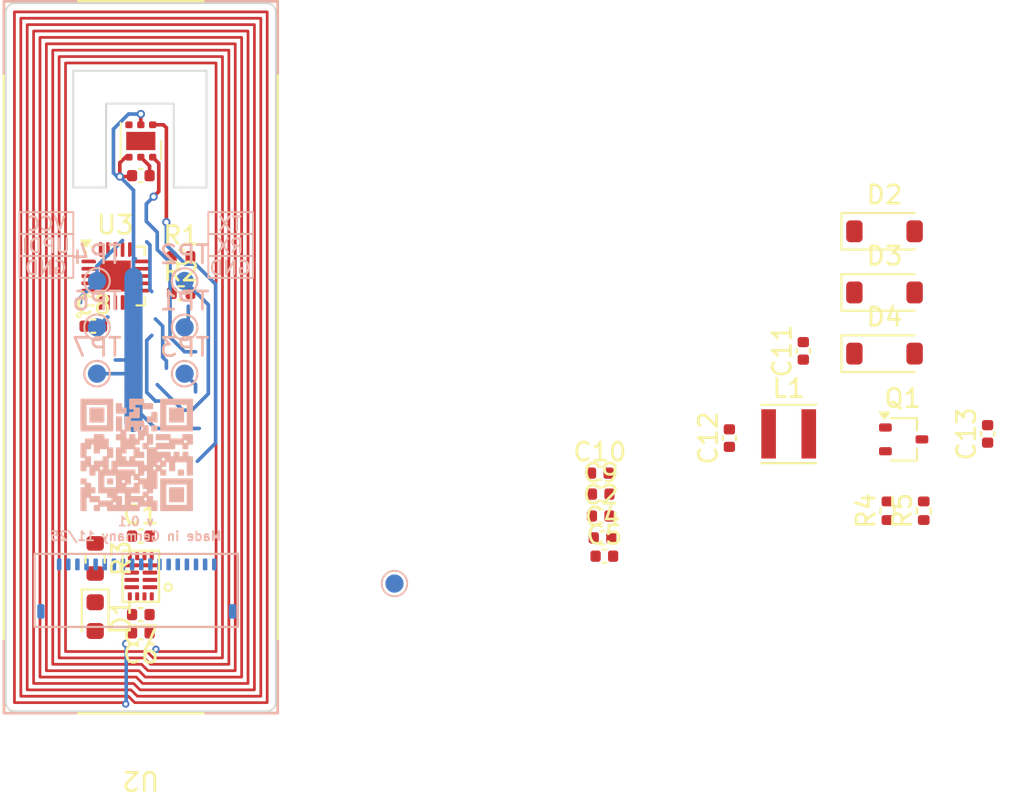
<source format=kicad_pcb>
(kicad_pcb (version 20240108) (generator "pcbnew") (generator_version "8.0")
  (title_block (comment 4 "AISLER Project ID: YAJLMFWK"))
  (layers (0 "F.Cu" signal) (1 "In1.Cu" signal) (2 "In2.Cu" signal) (31 "B.Cu" signal) (34 "B.Paste" user) (35 "F.Paste" user) (36 "B.SilkS" user "B.Silkscreen") (37 "F.SilkS" user "F.Silkscreen") (38 "B.Mask" user) (39 "F.Mask" user) (44 "Edge.Cuts" user))
  (net 0 "")
  (net 1 "ANT2")
  (net 2 "ANT1")
  (net 3 "SCL")
  (net 4 "SDA")
  (net 5 "RF430_RST")
  (net 6 "RF430_INT")
  (net 7 "RX")
  (net 9 "UPDI")
  (net 13 "TX")
  (net 14 "ALERT")
  (net 16 "VCC")
  (net 23 "Net-(D1-A)")
  (net 24 "Net-(J2-Pin_18)")
  (net 25 "Net-(J2-Pin_16)")
  (net 26 "Net-(J2-Pin_14)")
  (net 27 "Net-(J2-Pin_12)")
  (net 28 "Net-(J2-Pin_3)")
  (net 29 "Net-(D3-A)")
  (net 30 "Net-(D2-A)")
  (net 31 "PREVGH")
  (net 32 "PREVGL")
  (net 33 "BUSY")
  (net 34 "RES")
  (net 35 "SDI")
  (net 37 "CS")
  (net 38 "SCLK")
  (net 39 "RESE")
  (net 40 "D{slash}C")
  (net 41 "GDR")
  (net 45 "ED")
  (net 49 "GND")
  (footprint "Diode_SMD:D_SOD-123" (layer "F.Cu") (at 170.25 51.6)
    (property "Reference" "D4" (at 0 -2 0) (layer "F.SilkS"))
    (property "Value" "MBR0530")
    (pad "1" smd roundrect (at -1.65 0) (size 0.9 1.2) (layers "F.Cu" "F.Paste" "F.Mask") (net 29 "Net-(D3-A)"))
    (pad "2" smd roundrect (at 1.65 0) (size 0.9 1.2) (layers "F.Cu" "F.Paste" "F.Mask") (net 32 "PREVGL"))
  )
  (footprint "unsurv_offline_pcb_footprints:VQFN-20-1EP_3x3mm_P0.4mm_EP1.7x1.7mm_edited" (layer "F.Cu") (at 128.1 47.35)
    (property "Reference" "U3" (at 0 -2.8 0) (layer "F.SilkS"))
    (property "Value" "ATtiny1626-MFR")
    (pad "1" smd custom (at -1.45 -0.8) (size 0.143431 0.143431) (layers "F.Cu" "F.Paste" "F.Mask") (options (clearance outline) (anchor circle)) (primitives (gr_poly (pts (xy -0.35 -0.05) (xy 0.299289 -0.05) (xy 0.35 0.000711) (xy 0.35 0.05) (xy -0.35 0.05)) (width 0.1) (fill yes))))
    (pad "2" smd roundrect (at -1.45 -0.4) (size 0.8 0.2) (layers "F.Cu" "F.Paste" "F.Mask"))
    (pad "3" smd roundrect (at -1.45 0) (size 0.8 0.2) (layers "F.Cu" "F.Paste" "F.Mask") (net 49 "GND"))
    (pad "4" smd roundrect (at -1.45 0.4) (size 0.8 0.2) (layers "F.Cu" "F.Paste" "F.Mask") (net 16 "VCC"))
    (pad "5" smd custom (at -1.45 0.8) (size 0.143431 0.143431) (layers "F.Cu" "F.Paste" "F.Mask") (options (clearance outline) (anchor circle)) (primitives (gr_poly (pts (xy -0.35 -0.05) (xy 0.35 -0.05) (xy 0.35 -0.000711) (xy 0.299289 0.05) (xy -0.35 0.05)) (width 0.1) (fill yes))))
    (pad "6" smd custom (at -0.8 1.45) (size 0.143431 0.143431) (layers "F.Cu" "F.Paste" "F.Mask") (options (clearance outline) (anchor circle)) (primitives (gr_poly (pts (xy -0.05 -0.299289) (xy 0.000711 -0.35) (xy 0.05 -0.35) (xy 0.05 0.35) (xy -0.05 0.35)) (width 0.1) (fill yes))))
    (pad "7" smd roundrect (at -0.4 1.45) (size 0.2 0.8) (layers "F.Cu" "F.Paste" "F.Mask"))
    (pad "8" smd roundrect (at 0 1.45) (size 0.2 0.8) (layers "F.Cu" "F.Paste" "F.Mask"))
    (pad "9" smd roundrect (at 0.4 1.45) (size 0.2 0.8) (layers "F.Cu" "F.Paste" "F.Mask") (net 5 "RF430_RST"))
    (pad "10" smd custom (at 0.8 1.45) (size 0.143431 0.143431) (layers "F.Cu" "F.Paste" "F.Mask") (net 6 "RF430_INT") (options (clearance outline) (anchor circle)) (primitives (gr_poly (pts (xy -0.05 -0.35) (xy -0.000711 -0.35) (xy 0.05 -0.299289) (xy 0.05 0.35) (xy -0.05 0.35)) (width 0.1) (fill yes))))
    (pad "11" smd custom (at 1.45 0.8) (size 0.143431 0.143431) (layers "F.Cu" "F.Paste" "F.Mask") (net 7 "RX") (options (clearance outline) (anchor circle)) (primitives (gr_poly (pts (xy -0.35 -0.05) (xy 0.35 -0.05) (xy 0.35 0.05) (xy -0.299289 0.05) (xy -0.35 -0.000711)) (width 0.1) (fill yes))))
    (pad "12" smd roundrect (at 1.45 0.4) (size 0.8 0.2) (layers "F.Cu" "F.Paste" "F.Mask") (net 13 "TX"))
    (pad "13" smd roundrect (at 1.45 0) (size 0.8 0.2) (layers "F.Cu" "F.Paste" "F.Mask") (net 4 "SDA"))
    (pad "14" smd roundrect (at 1.45 -0.4) (size 0.8 0.2) (layers "F.Cu" "F.Paste" "F.Mask") (net 3 "SCL"))
    (pad "15" smd custom (at 1.45 -0.8) (size 0.143431 0.143431) (layers "F.Cu" "F.Paste" "F.Mask") (options (clearance outline) (anchor circle)) (primitives (gr_poly (pts (xy -0.35 0.000711) (xy -0.299289 -0.05) (xy 0.35 -0.05) (xy 0.35 0.05) (xy -0.35 0.05)) (width 0.1) (fill yes))))
    (pad "16" smd custom (at 0.8 -1.45) (size 0.143431 0.143431) (layers "F.Cu" "F.Paste" "F.Mask") (options (clearance outline) (anchor circle)) (primitives (gr_poly (pts (xy -0.05 -0.35) (xy 0.05 -0.35) (xy 0.05 0.299289) (xy -0.000711 0.35) (xy -0.05 0.35)) (width 0.1) (fill yes))))
    (pad "17" smd roundrect (at 0.4 -1.45) (size 0.2 0.8) (layers "F.Cu" "F.Paste" "F.Mask"))
    (pad "18" smd roundrect (at 0 -1.45) (size 0.2 0.8) (layers "F.Cu" "F.Paste" "F.Mask") (net 14 "ALERT"))
    (pad "19" smd roundrect (at -0.4 -1.45) (size 0.2 0.8) (layers "F.Cu" "F.Paste" "F.Mask") (net 9 "UPDI"))
    (pad "20" smd custom (at -0.8 -1.45) (size 0.143431 0.143431) (layers "F.Cu" "F.Paste" "F.Mask") (options (clearance outline) (anchor circle)) (primitives (gr_poly (pts (xy -0.05 -0.35) (xy 0.05 -0.35) (xy 0.05 0.35) (xy 0.000711 0.35) (xy -0.05 0.299289)) (width 0.1) (fill yes))))
    (pad "21" smd rect (at 0 0) (size 1.7 1.7) (property pad_prop_heatsink) (layers "F.Cu" "F.Mask") (net 49 "GND"))
  )
  (footprint "Capacitor_SMD:C_0402_1005Metric" (layer "F.Cu") (at 129.5 61.6)
    (property "Reference" "C1" (at 0 -1.16 0) (layer "F.SilkS"))
    (property "Value" "1 uF")
    (pad "1" smd roundrect (at -0.48 0) (size 0.56 0.62) (layers "F.Cu" "F.Paste" "F.Mask") (net 16 "VCC"))
    (pad "2" smd roundrect (at 0.48 0) (size 0.56 0.62) (layers "F.Cu" "F.Paste" "F.Mask") (net 49 "GND"))
  )
  (footprint "Capacitor_SMD:C_0402_1005Metric" (layer "F.Cu") (at 175.9 56 90)
    (property "Reference" "C13" (at 0 -1.16 90) (layer "F.SilkS"))
    (property "Value" "1uF")
    (pad "1" smd roundrect (at -0.48 0 90) (size 0.56 0.62) (layers "F.Cu" "F.Paste" "F.Mask") (net 49 "GND"))
    (pad "2" smd roundrect (at 0.48 0 90) (size 0.56 0.62) (layers "F.Cu" "F.Paste" "F.Mask") (net 31 "PREVGH"))
  )
  (footprint "LED_SMD:LED_0603_1608Metric" (layer "F.Cu") (at 127 66.0125 -90)
    (property "Reference" "D1" (at 0 -1.43 90) (layer "F.SilkS"))
    (property "Value" "LED")
    (pad "1" smd roundrect (at -0.7875 0 270) (size 0.875 0.95) (layers "F.Cu" "F.Paste" "F.Mask") (net 49 "GND"))
    (pad "2" smd roundrect (at 0.7875 0 270) (size 0.875 0.95) (layers "F.Cu" "F.Paste" "F.Mask") (net 23 "Net-(D1-A)"))
  )
  (footprint "unsurv_offline_pcb_footprints:38x14_378uH" (layer "F.Cu") (at 122.5 32.8)
    (property "Reference" "AE1" (hide yes))
    (property "Value" "Antenna_Dipole" (hide yes))
    (fp_line (start 6.172614 37.925) (end 6.172614 38) (stroke (width 0.12)) (layer "F.Cu"))
    (fp_line (start 7.827386 35.125) (end 7.827386 35) (stroke (width 0.12)) (layer "F.Cu"))
    (pad "1" smd custom (at 6.172614 37.925) (size 0.15 0.15) (layers "F.Cu") (net 2 "ANT1") (options (clearance outline) (anchor circle)) (primitives (gr_line (start 0 0) (end -6.097614 0) (width 0.15)) (gr_line (start -6.097614 0) (end -6.097614 -37.85) (width 0.15)) (gr_line (start -6.097614 -37.85) (end 7.752386 -37.85) (width 0.15)) (gr_line (start 7.752386 -37.85) (end 7.752386 0) (width 0.15)) (gr_line (start 7.752386 0) (end 0.494975 0) (width 0.15)) (gr_line (start 0.494975 0) (end 0.144975 -0.35) (width 0.15)) (gr_line (start 0.144975 -0.35) (end -5.747614 -0.35) (width 0.15)) (gr_line (start -5.747614 -0.35) (end -5.747614 -37.5) (width 0.15)) (gr_line (start -5.747614 -37.5) (end 7.402386 -37.5) (width 0.15)) (gr_line (start 7.402386 -37.5) (end 7.402386 -0.35) (width 0.15)) (gr_line (start 7.402386 -0.35) (end 0.639949 -0.35) (width 0.15)) (gr_line (start 0.639949 -0.35) (end 0.289949 -0.7) (width 0.15)) (gr_line (start 0.289949 -0.7) (end -5.397614 -0.7) (width 0.15)) (gr_line (start -5.397614 -0.7) (end -5.397614 -37.15) (width 0.15)) (gr_line (start -5.397614 -37.15) (end 7.052386 -37.15) (width 0.15)) (gr_line (start 7.052386 -37.15) (end 7.052386 -0.7) (width 0.15)) (gr_line (start 7.052386 -0.7) (end 0.784924 -0.7) (width 0.15)) (gr_line (start 0.784924 -0.7) (end 0.434924 -1.05) (width 0.15)) (gr_line (start 0.434924 -1.05) (end -5.047614 -1.05) (width 0.15)) (gr_line (start -5.047614 -1.05) (end -5.047614 -36.8) (width 0.15)) (gr_line (start -5.047614 -36.8) (end 6.702386 -36.8) (width 0.15)) (gr_line (start 6.702386 -36.8) (end 6.702386 -1.05) (width 0.15)) (gr_line (start 6.702386 -1.05) (end 0.929899 -1.05) (width 0.15)) (gr_line (start 0.929899 -1.05) (end 0.579899 -1.4) (width 0.15)) (gr_line (start 0.579899 -1.4) (end -4.697614 -1.4) (width 0.15)) (gr_line (start -4.697614 -1.4) (end -4.697614 -36.45) (width 0.15)) (gr_line (start -4.697614 -36.45) (end 6.352386 -36.45) (width 0.15)) (gr_line (start 6.352386 -36.45) (end 6.352386 -1.4) (width 0.15)) (gr_line (start 6.352386 -1.4) (end 1.074874 -1.4) (width 0.15)) (gr_line (start 1.074874 -1.4) (end 0.724874 -1.75) (width 0.15)) (gr_line (start 0.724874 -1.75) (end -4.347614 -1.75) (width 0.15)) (gr_line (start -4.347614 -1.75) (end -4.347614 -36.1) (width 0.15)) (gr_line (start -4.347614 -36.1) (end 6.002386 -36.1) (width 0.15)) (gr_line (start 6.002386 -36.1) (end 6.002386 -1.75) (width 0.15)) (gr_line (start 6.002386 -1.75) (end 1.219848 -1.75) (width 0.15)) (gr_line (start 1.219848 -1.75) (end 0.869848 -2.1) (width 0.15)) (gr_line (start 0.869848 -2.1) (end -3.997614 -2.1) (width 0.15)) (gr_line (start -3.997614 -2.1) (end -3.997614 -35.75) (width 0.15)) (gr_line (start -3.997614 -35.75) (end 5.652386 -35.75) (width 0.15)) (gr_line (start 5.652386 -35.75) (end 5.652386 -2.1) (width 0.15)) (gr_line (start 5.652386 -2.1) (end 1.364823 -2.1) (width 0.15)) (gr_line (start 1.364823 -2.1) (end 1.014823 -2.45) (width 0.15)) (gr_line (start 1.014823 -2.45) (end -3.647614 -2.45) (width 0.15)) (gr_line (start -3.647614 -2.45) (end -3.647614 -35.4) (width 0.15)) (gr_line (start -3.647614 -35.4) (end 5.302386 -35.4) (width 0.15)) (gr_line (start 5.302386 -35.4) (end 5.302386 -2.45) (width 0.15)) (gr_line (start 5.302386 -2.45) (end 1.509798 -2.45) (width 0.15)) (gr_line (start 1.509798 -2.45) (end 1.159798 -2.8) (width 0.15)) (gr_line (start 1.159798 -2.8) (end -3.297614 -2.8) (width 0.15)) (gr_line (start -3.297614 -2.8) (end -3.297614 -35.05) (width 0.15)) (gr_line (start -3.297614 -35.05) (end 4.952386 -35.05) (width 0.15)) (gr_line (start 4.952386 -35.05) (end 4.952386 -2.8) (width 0.15))))
    (pad "1" thru_hole circle (at 6.172614 38) (size 0.4 0.4) (drill 0.2) (layers "*.Cu" "*.Mask") (net 2 "ANT1"))
    (pad "2" thru_hole circle (at 7.827386 35) (size 0.4 0.4) (drill 0.2) (layers "*.Cu" "*.Mask") (net 1 "ANT2"))
    (pad "2" smd custom (at 7.827386 35.125) (size 0.15 0.15) (layers "F.Cu") (net 1 "ANT2") (options (clearance outline) (anchor circle)) (primitives (gr_line (start 0 0) (end 3.297614 0) (width 0.15))))
  )
  (footprint "unsurv_offline_pcb_footprints:TMP117 WSON-6-1EP_2x2mm_P0.65mm_no_pad_paste" (layer "F.Cu") (at 129.5 39.95 -90)
    (property "Reference" "U1" (hide yes))
    (property "Value" "TMP117AIDRVR")
    (pad "1" smd roundrect (at -0.8875 -0.65 270) (size 0.375 0.4) (layers "F.Cu" "F.Paste" "F.Mask") (net 3 "SCL"))
    (pad "2" smd roundrect (at -0.8875 0 270) (size 0.375 0.4) (layers "F.Cu" "F.Paste" "F.Mask") (net 49 "GND"))
    (pad "3" smd roundrect (at -0.8875 0.65 270) (size 0.375 0.4) (layers "F.Cu" "F.Paste" "F.Mask"))
    (pad "4" smd roundrect (at 0.8875 0.65 270) (size 0.375 0.4) (layers "F.Cu" "F.Paste" "F.Mask") (net 49 "GND"))
    (pad "5" smd roundrect (at 0.8875 0 270) (size 0.375 0.4) (layers "F.Cu" "F.Paste" "F.Mask") (net 16 "VCC"))
    (pad "6" smd roundrect (at 0.8875 -0.65 270) (size 0.375 0.4) (layers "F.Cu" "F.Paste" "F.Mask") (net 4 "SDA"))
    (pad "7" smd rect (at 0 0 270) (size 1 1.6) (layers "F.Cu" "F.Mask"))
  )
  (footprint "Capacitor_SMD:C_0402_1005Metric" (layer "F.Cu") (at 154.7 60.5)
    (property "Reference" "C2" (at 0 -1.16 0) (layer "F.SilkS"))
    (property "Value" "1 uF 25 V")
    (pad "1" smd roundrect (at -0.48 0) (size 0.56 0.62) (layers "F.Cu" "F.Paste" "F.Mask") (net 49 "GND"))
    (pad "2" smd roundrect (at 0.48 0) (size 0.56 0.62) (layers "F.Cu" "F.Paste" "F.Mask") (net 24 "Net-(J2-Pin_18)"))
  )
  (footprint "Capacitor_SMD:C_0402_1005Metric" (layer "F.Cu") (at 165.8 51.45 90)
    (property "Reference" "C11" (at 0 -1.16 90) (layer "F.SilkS"))
    (property "Value" "4.7uF")
    (pad "1" smd roundrect (at -0.48 0 90) (size 0.56 0.62) (layers "F.Cu" "F.Paste" "F.Mask") (net 30 "Net-(D2-A)"))
    (pad "2" smd roundrect (at 0.48 0 90) (size 0.56 0.62) (layers "F.Cu" "F.Paste" "F.Mask") (net 29 "Net-(D3-A)"))
  )
  (footprint "Capacitor_SMD:C_0402_1005Metric" (layer "F.Cu") (at 126.9 50.1)
    (property "Reference" "C8" (at 0 -1.16 0) (layer "F.SilkS"))
    (property "Value" "0.1 uF")
    (pad "1" smd roundrect (at -0.48 0) (size 0.56 0.62) (layers "F.Cu" "F.Paste" "F.Mask") (net 16 "VCC"))
    (pad "2" smd roundrect (at 0.48 0) (size 0.56 0.62) (layers "F.Cu" "F.Paste" "F.Mask") (net 49 "GND"))
  )
  (footprint "Resistor_SMD:R_0603_1608Metric" (layer "F.Cu") (at 127 62.825 -90)
    (property "Reference" "R3" (at 0 -1.43 90) (layer "F.SilkS"))
    (property "Value" "1k")
    (pad "1" smd roundrect (at -0.825 0 270) (size 0.8 0.95) (layers "F.Cu" "F.Paste" "F.Mask") (net 16 "VCC"))
    (pad "2" smd roundrect (at 0.825 0 270) (size 0.8 0.95) (layers "F.Cu" "F.Paste" "F.Mask") (net 23 "Net-(D1-A)"))
  )
  (footprint "Capacitor_SMD:C_0402_1005Metric" (layer "F.Cu") (at 154.65 58.15)
    (property "Reference" "C10" (at 0 -1.16 0) (layer "F.SilkS"))
    (property "Value" "1 uF 25 V")
    (pad "1" smd roundrect (at -0.48 0) (size 0.56 0.62) (layers "F.Cu" "F.Paste" "F.Mask") (net 49 "GND"))
    (pad "2" smd roundrect (at 0.48 0) (size 0.56 0.62) (layers "F.Cu" "F.Paste" "F.Mask") (net 28 "Net-(J2-Pin_3)"))
  )
  (footprint "Resistor_SMD:R_0402_1005Metric" (layer "F.Cu") (at 172.4 60.21 90)
    (property "Reference" "R5" (at 0 -1.17 90) (layer "F.SilkS"))
    (property "Value" "10k")
    (pad "1" smd roundrect (at -0.51 0 90) (size 0.54 0.64) (layers "F.Cu" "F.Paste" "F.Mask") (net 41 "GDR"))
    (pad "2" smd roundrect (at 0.51 0 90) (size 0.54 0.64) (layers "F.Cu" "F.Paste" "F.Mask") (net 49 "GND"))
  )
  (footprint "Capacitor_SMD:C_0402_1005Metric" (layer "F.Cu") (at 129.5 65.9 180)
    (property "Reference" "C7" (at 0 -1.16 360) (layer "F.SilkS"))
    (property "Value" "8.3 pF")
    (pad "1" smd roundrect (at -0.48 0 180) (size 0.56 0.62) (layers "F.Cu" "F.Paste" "F.Mask") (net 1 "ANT2"))
    (pad "2" smd roundrect (at 0.48 0 180) (size 0.56 0.62) (layers "F.Cu" "F.Paste" "F.Mask") (net 2 "ANT1"))
  )
  (footprint "Inductor_SMD:L_Taiyo-Yuden_MD-3030" (layer "F.Cu") (at 165 56)
    (property "Reference" "L1" (at 0 -2.5 0) (layer "F.SilkS"))
    (property "Value" "47uH 500mA")
    (pad "1" smd rect (at -1.1 0) (size 0.8 2.7) (layers "F.Cu" "F.Paste" "F.Mask") (net 16 "VCC"))
    (pad "2" smd rect (at 1.1 0) (size 0.8 2.7) (layers "F.Cu" "F.Paste" "F.Mask") (net 30 "Net-(D2-A)"))
  )
  (footprint "Capacitor_SMD:C_0402_1005Metric" (layer "F.Cu") (at 129.5 41.85 180)
    (property "Reference" "C3" (hide yes))
    (property "Value" "0.1 uF")
    (pad "1" smd roundrect (at -0.48 0 180) (size 0.56 0.62) (layers "F.Cu" "F.Paste" "F.Mask") (net 16 "VCC"))
    (pad "2" smd roundrect (at 0.48 0 180) (size 0.56 0.62) (layers "F.Cu" "F.Paste" "F.Mask") (net 49 "GND"))
  )
  (footprint "Capacitor_SMD:C_0402_1005Metric" (layer "F.Cu") (at 154.8 61.7)
    (property "Reference" "C4" (at 0 -1.16 0) (layer "F.SilkS"))
    (property "Value" "1 uF 25 V")
    (pad "1" smd roundrect (at -0.48 0) (size 0.56 0.62) (layers "F.Cu" "F.Paste" "F.Mask") (net 49 "GND"))
    (pad "2" smd roundrect (at 0.48 0) (size 0.56 0.62) (layers "F.Cu" "F.Paste" "F.Mask") (net 25 "Net-(J2-Pin_16)"))
  )
  (footprint "Diode_SMD:D_SOD-123" (layer "F.Cu") (at 170.25 44.9)
    (property "Reference" "D2" (at 0 -2 0) (layer "F.SilkS"))
    (property "Value" "MBR0530")
    (pad "1" smd roundrect (at -1.65 0) (size 0.9 1.2) (layers "F.Cu" "F.Paste" "F.Mask") (net 31 "PREVGH"))
    (pad "2" smd roundrect (at 1.65 0) (size 0.9 1.2) (layers "F.Cu" "F.Paste" "F.Mask") (net 30 "Net-(D2-A)"))
  )
  (footprint "Diode_SMD:D_SOD-123" (layer "F.Cu") (at 170.25 48.25)
    (property "Reference" "D3" (at 0 -2 0) (layer "F.SilkS"))
    (property "Value" "MBR0530")
    (pad "1" smd roundrect (at -1.65 0) (size 0.9 1.2) (layers "F.Cu" "F.Paste" "F.Mask") (net 49 "GND"))
    (pad "2" smd roundrect (at 1.65 0) (size 0.9 1.2) (layers "F.Cu" "F.Paste" "F.Mask") (net 29 "Net-(D3-A)"))
  )
  (footprint "Resistor_SMD:R_0402_1005Metric" (layer "F.Cu") (at 170.41 60.21 90)
    (property "Reference" "R4" (at 0 -1.17 90) (layer "F.SilkS"))
    (property "Value" "2.2")
    (pad "1" smd roundrect (at -0.51 0 90) (size 0.54 0.64) (layers "F.Cu" "F.Paste" "F.Mask") (net 39 "RESE"))
    (pad "2" smd roundrect (at 0.51 0 90) (size 0.54 0.64) (layers "F.Cu" "F.Paste" "F.Mask") (net 49 "GND"))
  )
  (footprint "Package_TO_SOT_SMD:SOT-323_SC-70" (layer "F.Cu") (at 171.3 56.3)
    (property "Reference" "Q1" (at -0.05 -2.25 0) (layer "F.SilkS"))
    (property "Value" "Si1308EDL")
    (pad "1" smd roundrect (at -1 -0.65 270) (size 0.45 0.7) (layers "F.Cu" "F.Paste" "F.Mask") (net 41 "GDR"))
    (pad "2" smd roundrect (at -1 0.65 270) (size 0.45 0.7) (layers "F.Cu" "F.Paste" "F.Mask") (net 39 "RESE"))
    (pad "3" smd roundrect (at 1 0 270) (size 0.45 0.7) (layers "F.Cu" "F.Paste" "F.Mask") (net 30 "Net-(D2-A)"))
  )
  (footprint "Capacitor_SMD:C_0402_1005Metric" (layer "F.Cu") (at 154.7 59.3)
    (property "Reference" "C9" (at 0 -1.16 0) (layer "F.SilkS"))
    (property "Value" "1 uF 25 V")
    (pad "1" smd roundrect (at -0.48 0) (size 0.56 0.62) (layers "F.Cu" "F.Paste" "F.Mask") (net 49 "GND"))
    (pad "2" smd roundrect (at 0.48 0) (size 0.56 0.62) (layers "F.Cu" "F.Paste" "F.Mask") (net 27 "Net-(J2-Pin_12)"))
  )
  (footprint "Resistor_SMD:R_0402_1005Metric" (layer "F.Cu") (at 131.71 46.3)
    (property "Reference" "R1" (at 0 -1.17 0) (layer "F.SilkS"))
    (property "Value" "4.7k")
    (pad "1" smd roundrect (at -0.51 0) (size 0.54 0.64) (layers "F.Cu" "F.Paste" "F.Mask") (net 16 "VCC"))
    (pad "2" smd roundrect (at 0.51 0) (size 0.54 0.64) (layers "F.Cu" "F.Paste" "F.Mask") (net 3 "SCL"))
  )
  (footprint "unsurv_offline_pcb_footprints:NTAG 5 link" (layer "F.Cu") (at 129.5 63.8 180)
    (property "Reference" "U2" (at 0 -11.2 180) (layer "F.SilkS"))
    (property "Value" "NTAG link")
    (pad "1" smd roundrect (at -0.5 -0.6 90) (size 0.22 0.8) (layers "F.Cu" "F.Paste" "F.Mask") (net 49 "GND"))
    (pad "2" smd roundrect (at -0.5 -0.2 90) (size 0.22 0.8) (layers "F.Cu" "F.Paste" "F.Mask") (net 49 "GND"))
    (pad "3" smd roundrect (at -0.5 0.2 90) (size 0.22 0.8) (layers "F.Cu" "F.Paste" "F.Mask"))
    (pad "4" smd roundrect (at -0.5 0.6 90) (size 0.22 0.8) (layers "F.Cu" "F.Paste" "F.Mask"))
    (pad "5" smd roundrect (at -0.6 1.1) (size 0.22 0.44) (layers "F.Cu" "F.Paste" "F.Mask"))
    (pad "6" smd roundrect (at -0.2 1.1) (size 0.22 0.44) (layers "F.Cu" "F.Paste" "F.Mask") (net 4 "SDA"))
    (pad "7" smd roundrect (at 0.2 1.1) (size 0.22 0.44) (layers "F.Cu" "F.Paste" "F.Mask") (net 3 "SCL"))
    (pad "8" smd roundrect (at 0.6 1.1) (size 0.22 0.44) (layers "F.Cu" "F.Paste" "F.Mask") (net 45 "ED"))
    (pad "9" smd roundrect (at 0.5 0.6 270) (size 0.22 0.8) (layers "F.Cu" "F.Paste" "F.Mask") (net 16 "VCC"))
    (pad "10" smd roundrect (at 0.5 0.2 270) (size 0.22 0.8) (layers "F.Cu" "F.Paste" "F.Mask"))
    (pad "11" smd roundrect (at 0.5 -0.2 270) (size 0.22 0.8) (layers "F.Cu" "F.Paste" "F.Mask") (net 49 "GND"))
    (pad "12" smd roundrect (at 0.5 -0.6 270) (size 0.22 0.8) (layers "F.Cu" "F.Paste" "F.Mask") (net 16 "VCC"))
    (pad "13" smd roundrect (at 0.6 -1.1) (size 0.22 0.44) (layers "F.Cu" "F.Paste" "F.Mask"))
    (pad "14" smd roundrect (at 0.2 -1.1) (size 0.22 0.44) (layers "F.Cu" "F.Paste" "F.Mask") (net 2 "ANT1"))
    (pad "15" smd roundrect (at -0.2 -1.1) (size 0.22 0.44) (layers "F.Cu" "F.Paste" "F.Mask") (net 1 "ANT2"))
    (pad "16" smd roundrect (at -0.6 -1.1) (size 0.22 0.44) (layers "F.Cu" "F.Paste" "F.Mask"))
  )
  (footprint "Capacitor_SMD:C_0402_1005Metric" (layer "F.Cu") (at 161.75 56.23 90)
    (property "Reference" "C12" (at 0 -1.16 90) (layer "F.SilkS"))
    (property "Value" "4.7uF")
    (pad "1" smd roundrect (at -0.48 0 90) (size 0.56 0.62) (layers "F.Cu" "F.Paste" "F.Mask") (net 49 "GND"))
    (pad "2" smd roundrect (at 0.48 0 90) (size 0.56 0.62) (layers "F.Cu" "F.Paste" "F.Mask") (net 16 "VCC"))
  )
  (footprint "Capacitor_SMD:C_0402_1005Metric" (layer "F.Cu") (at 154.9 62.7)
    (property "Reference" "C5" (at 0 -1.16 0) (layer "F.SilkS"))
    (property "Value" "1 uF 25 V")
    (pad "1" smd roundrect (at -0.48 0) (size 0.56 0.62) (layers "F.Cu" "F.Paste" "F.Mask") (net 49 "GND"))
    (pad "2" smd roundrect (at 0.48 0) (size 0.56 0.62) (layers "F.Cu" "F.Paste" "F.Mask") (net 26 "Net-(J2-Pin_14)"))
  )
  (footprint "Capacitor_SMD:C_0402_1005Metric" (layer "F.Cu") (at 129.5 66.9 180)
    (property "Reference" "C6" (at 0 -1.16 360) (layer "F.SilkS"))
    (property "Value" "15 pF")
    (pad "1" smd roundrect (at -0.48 0 180) (size 0.56 0.62) (layers "F.Cu" "F.Paste" "F.Mask") (net 1 "ANT2"))
    (pad "2" smd roundrect (at 0.48 0 180) (size 0.56 0.62) (layers "F.Cu" "F.Paste" "F.Mask") (net 2 "ANT1"))
  )
  (footprint "Resistor_SMD:R_0402_1005Metric" (layer "F.Cu") (at 131.71 48.29)
    (property "Reference" "R2" (at 0 -1.17 0) (layer "F.SilkS"))
    (property "Value" "4.7k")
    (pad "1" smd roundrect (at -0.51 0) (size 0.54 0.64) (layers "F.Cu" "F.Paste" "F.Mask") (net 16 "VCC"))
    (pad "2" smd roundrect (at 0.51 0) (size 0.54 0.64) (layers "F.Cu" "F.Paste" "F.Mask") (net 4 "SDA"))
  )
  (footprint "TestPoint:TestPoint_Pad_D1.0mm" (layer "B.Cu") (at 127.1 50.16 180)
    (property "Reference" "TP6" (at 0 1.448 0) (layer "B.SilkS") (effects (justify mirror)))
    (property "Value" "TestPoint")
    (pad "1" smd circle (at 0 0 180) (size 1 1) (layers "B.Cu" "B.Mask") (net 9 "UPDI"))
  )
  (footprint "unsurv_offline_pcb_footprints:QR_shop" (layer "B.Cu") (at 129.275 57.15 180)
    (property "Reference" "QR_ref1" (hide yes))
    (property "Value" "TestPoint" (hide yes))
  )
  (footprint "TestPoint:TestPoint_Pad_D1.0mm" (layer "B.Cu") (at 143.4 64.2 180)
    (property "Reference" "TP5" (hide yes))
    (property "Value" "TestPoint")
    (pad "1" smd circle (at 0 0 180) (size 1 1) (layers "B.Cu" "B.Mask") (net 1 "ANT2"))
  )
  (footprint "TestPoint:TestPoint_Pad_D1.0mm" (layer "B.Cu") (at 131.9 50.16 180)
    (property "Reference" "TP1" (at 0 1.448 0) (layer "B.SilkS") (effects (justify mirror)))
    (property "Value" "TestPoint")
    (pad "1" smd circle (at 0 0 180) (size 1 1) (layers "B.Cu" "B.Mask") (net 7 "RX"))
  )
  (footprint "TestPoint:TestPoint_Pad_D1.0mm" (layer "B.Cu") (at 131.9 47.62 180)
    (property "Reference" "TP2" (at 0 1.448 0) (layer "B.SilkS") (effects (justify mirror)))
    (property "Value" "TestPoint")
    (pad "1" smd circle (at 0 0 180) (size 1 1) (layers "B.Cu" "B.Mask") (net 13 "TX"))
  )
  (footprint "TestPoint:TestPoint_Pad_D1.0mm" (layer "B.Cu") (at 127.1 52.7 180)
    (property "Reference" "TP7" (at 0 1.448 0) (layer "B.SilkS") (effects (justify mirror)))
    (property "Value" "TestPoint")
    (pad "1" smd circle (at 0 0 180) (size 1 1) (layers "B.Cu" "B.Mask") (net 49 "GND"))
  )
  (footprint "unsurv_offline_pcb_footprints:FH34SRJ-18S-0.5SH" (layer "B.Cu") (at 129.275 62.825 180)
    (property "Reference" "J2" (hide yes))
    (property "Value" "Conn_01x20_Pin")
    (pad "1" smd roundrect (at -4.25 -0.325 90) (size 0.65 0.25) (layers "B.Cu" "B.Paste" "B.Mask") (net 41 "GDR"))
    (pad "2" smd roundrect (at -3.75 -0.325 90) (size 0.65 0.25) (layers "B.Cu" "B.Paste" "B.Mask") (net 39 "RESE"))
    (pad "3" smd roundrect (at -3.25 -0.325 90) (size 0.65 0.25) (layers "B.Cu" "B.Paste" "B.Mask") (net 28 "Net-(J2-Pin_3)"))
    (pad "4" smd roundrect (at -2.75 -0.325 90) (size 0.65 0.25) (layers "B.Cu" "B.Paste" "B.Mask") (net 33 "BUSY"))
    (pad "5" smd roundrect (at -2.25 -0.325 90) (size 0.65 0.25) (layers "B.Cu" "B.Paste" "B.Mask") (net 34 "RES"))
    (pad "6" smd roundrect (at -1.75 -0.325 90) (size 0.65 0.25) (layers "B.Cu" "B.Paste" "B.Mask") (net 40 "D{slash}C"))
    (pad "7" smd roundrect (at -1.25 -0.325 90) (size 0.65 0.25) (layers "B.Cu" "B.Paste" "B.Mask") (net 37 "CS"))
    (pad "8" smd roundrect (at -0.75 -0.325 90) (size 0.65 0.25) (layers "B.Cu" "B.Paste" "B.Mask") (net 38 "SCLK"))
    (pad "9" smd roundrect (at -0.25 -0.325 90) (size 0.65 0.25) (layers "B.Cu" "B.Paste" "B.Mask") (net 35 "SDI"))
    (pad "10" smd roundrect (at 0.25 -0.325 90) (size 0.65 0.25) (layers "B.Cu" "B.Paste" "B.Mask") (net 16 "VCC"))
    (pad "11" smd roundrect (at 0.75 -0.325 90) (size 0.65 0.25) (layers "B.Cu" "B.Paste" "B.Mask") (net 49 "GND"))
    (pad "12" smd roundrect (at 1.25 -0.325 90) (size 0.65 0.25) (layers "B.Cu" "B.Paste" "B.Mask") (net 27 "Net-(J2-Pin_12)"))
    (pad "13" smd roundrect (at 1.75 -0.325 90) (size 0.65 0.25) (layers "B.Cu" "B.Paste" "B.Mask"))
    (pad "14" smd roundrect (at 2.25 -0.325 90) (size 0.65 0.25) (layers "B.Cu" "B.Paste" "B.Mask") (net 26 "Net-(J2-Pin_14)"))
    (pad "15" smd roundrect (at 2.75 -0.325 90) (size 0.65 0.25) (layers "B.Cu" "B.Paste" "B.Mask") (net 31 "PREVGH"))
    (pad "16" smd roundrect (at 3.25 -0.325 90) (size 0.65 0.25) (layers "B.Cu" "B.Paste" "B.Mask") (net 25 "Net-(J2-Pin_16)"))
    (pad "17" smd roundrect (at 3.75 -0.325 90) (size 0.65 0.25) (layers "B.Cu" "B.Paste" "B.Mask") (net 32 "PREVGL"))
    (pad "18" smd roundrect (at 4.25 -0.325 90) (size 0.65 0.25) (layers "B.Cu" "B.Paste" "B.Mask") (net 24 "Net-(J2-Pin_18)"))
    (pad "19" smd roundrect (at -5.25 -2.9 90) (size 0.8 0.4) (layers "B.Cu" "B.Paste" "B.Mask") (net 49 "GND"))
    (pad "20" smd roundrect (at 5.25 -2.9 90) (size 0.8 0.4) (layers "B.Cu" "B.Paste" "B.Mask") (net 49 "GND"))
  )
  (footprint "TestPoint:TestPoint_Pad_D1.0mm" (layer "B.Cu") (at 131.9 52.7 180)
    (property "Reference" "TP3" (at 0 1.448 0) (layer "B.SilkS") (effects (justify mirror)))
    (property "Value" "TestPoint")
    (pad "1" smd circle (at 0 0 180) (size 1 1) (layers "B.Cu" "B.Mask") (net 49 "GND"))
  )
  (footprint "TestPoint:TestPoint_Pad_D1.0mm" (layer "B.Cu") (at 127.1 47.62 180)
    (property "Reference" "TP4" (at 0 1.448 0) (layer "B.SilkS") (effects (justify mirror)))
    (property "Value" "TestPoint")
    (pad "1" smd circle (at 0 0 180) (size 1 1) (layers "B.Cu" "B.Mask") (net 16 "VCC"))
  )
  (gr_rect (start 133.2 43.85) (end 135.65 45.05) (stroke (width 0.1)) (fill none) (layer "B.SilkS"))
  (gr_rect (start 122.85 45.05) (end 125.8 46.25) (stroke (width 0.1)) (fill none) (layer "B.SilkS"))
  (gr_rect (start 122.85 43.85) (end 125.8 45.05) (stroke (width 0.1)) (fill none) (layer "B.SilkS"))
  (gr_rect (start 133.2 46.25) (end 135.65 47.45) (stroke (width 0.1)) (fill none) (layer "B.SilkS"))
  (gr_rect (start 122.85 46.25) (end 125.8 47.45) (stroke (width 0.1)) (fill none) (layer "B.SilkS"))
  (gr_rect (start 133.2 45.05) (end 135.65 46.25) (stroke (width 0.1)) (fill none) (layer "B.SilkS"))
  (gr_circle (center 126.1 49.5) (end 126.05 49.6) (stroke (width 0.1)) (fill none) (layer "F.SilkS"))
  (gr_line (start 125.8 36.1) (end 125.8 42.5) (stroke (width 0.1)) (layer "Edge.Cuts"))
  (gr_arc (start 136.4 32.4) (mid 136.753553 32.546447) (end 136.9 32.9) (stroke (width 0.1)) (layer "Edge.Cuts"))
  (gr_line (start 133.1 36.1) (end 125.8 36.1) (stroke (width 0.1)) (layer "Edge.Cuts"))
  (gr_line (start 122.6 32.4) (end 136.4 32.4) (stroke (width 0.1)) (layer "Edge.Cuts"))
  (gr_line (start 127.6 42.5) (end 127.6 37.9) (stroke (width 0.1)) (layer "Edge.Cuts"))
  (gr_arc (start 122.1 32.9) (mid 122.246447 32.546447) (end 122.6 32.4) (stroke (width 0.1)) (layer "Edge.Cuts"))
  (gr_arc (start 122.6 71.2) (mid 122.246447 71.053553) (end 122.1 70.7) (stroke (width 0.1)) (layer "Edge.Cuts"))
  (gr_line (start 127.6 42.5) (end 125.8 42.5) (stroke (width 0.1)) (layer "Edge.Cuts"))
  (gr_arc (start 136.900001 70.700001) (mid 136.753554 71.053554) (end 136.400001 71.200001) (stroke (width 0.1)) (layer "Edge.Cuts"))
  (gr_line (start 136.9 32.9) (end 136.9 70.7) (stroke (width 0.1)) (layer "Edge.Cuts"))
  (gr_line (start 122.1 70.7) (end 122.1 32.9) (stroke (width 0.1)) (layer "Edge.Cuts"))
  (gr_line (start 131.3 37.9) (end 127.6 37.9) (stroke (width 0.1)) (layer "Edge.Cuts"))
  (gr_line (start 131.3 42.5) (end 131.3 37.9) (stroke (width 0.1)) (layer "Edge.Cuts"))
  (gr_line (start 131.3 42.5) (end 133.1 42.5) (stroke (width 0.1)) (layer "Edge.Cuts"))
  (gr_line (start 136.4 71.2) (end 122.6 71.199999) (stroke (width 0.1)) (layer "Edge.Cuts"))
  (gr_line (start 133.1 42.5) (end 133.1 36.1) (stroke (width 0.1)) (layer "Edge.Cuts"))
  (gr_text "v 0.1\nMade in Germany 11/25" (at 129.225 61.2 0) (layer "B.SilkS") (effects (font (size 0.5 0.5) (thickness 0.1)) (justify mirror)))
  (gr_text "TX\nRX\nGND\n" (at 134.4 45.7 0) (layer "B.SilkS") (effects (font (size 0.75 0.75) (thickness 0.125)) (justify mirror)))
  (gr_text "VCC\nUPDI\nGND" (at 124.3 45.7 0) (layer "B.SilkS") (effects (font (size 0.75 0.75) (thickness 0.125)) (justify mirror)))
  (segment (start 130.3 67.772614) (end 130.327386 67.8) (width 0.2) (layer "F.Cu") (net 1))
  (via (at 128.7 67.5) (size 0.45) (drill 0.25) (layers "F.Cu" "B.Cu") (net 2))
  (segment (start 128.7 70.772614) (end 128.672614 70.8) (width 0.2) (layer "B.Cu") (net 2))
  (segment (start 128.7 67.5) (end 128.7 70.772614) (width 0.2) (layer "B.Cu") (net 2))
  (segment (start 130.9 39.225) (end 130.7375 39.0625) (width 0.2) (layer "F.Cu") (net 3))
  (segment (start 130.7375 39.0625) (end 130.15 39.0625) (width 0.2) (layer "F.Cu") (net 3))
  (segment (start 130.9 44.4) (end 130.9 39.225) (width 0.2) (layer "F.Cu") (net 3))
  (via (at 130.9 44.4) (size 0.45) (drill 0.25) (layers "F.Cu" "B.Cu") (net 3))
  (segment (start 133.6 47.8) (end 132.5 46.7) (width 0.2) (layer "B.Cu") (net 3))
  (segment (start 131.95 46.7) (end 132.5 46.7) (width 0.2) (layer "B.Cu") (net 3))
  (segment (start 130.9 45.65) (end 131.95 46.7) (width 0.2) (layer "B.Cu") (net 3))
  (segment (start 133.6 56.5) (end 133.6 47.8) (width 0.2) (layer "B.Cu") (net 3))
  (segment (start 132.6 57.5) (end 133.6 56.5) (width 0.2) (layer "B.Cu") (net 3))
  (segment (start 130.9 44.4) (end 130.9 45.65) (width 0.2) (layer "B.Cu") (net 3))
  (segment (start 130.485 41.1725) (end 130.15 40.8375) (width 0.2) (layer "F.Cu") (net 4))
  (segment (start 130.2 43) (end 130.485 42.715) (width 0.2) (layer "F.Cu") (net 4))
  (segment (start 130.485 42.715) (end 130.485 41.1725) (width 0.2) (layer "F.Cu") (net 4))
  (via (at 130.2 43) (size 0.45) (drill 0.25) (layers "F.Cu" "B.Cu") (net 4))
  (segment (start 130.2 43) (end 129.8 43.4) (width 0.2) (layer "B.Cu") (net 4))
  (segment (start 131.1 50.7) (end 131.9 51.5) (width 0.2) (layer "B.Cu") (net 4))
  (segment (start 129.8 43.4) (end 129.8 44.35) (width 0.2) (layer "B.Cu") (net 4))
  (segment (start 130.4 45.9) (end 131.1 46.6) (width 0.2) (layer "B.Cu") (net 4))
  (segment (start 131.9 51.5) (end 132.5 51.5) (width 0.2) (layer "B.Cu") (net 4))
  (segment (start 129.8 44.35) (end 130.4 44.95) (width 0.2) (layer "B.Cu") (net 4))
  (segment (start 131.1 46.6) (end 131.1 50.7) (width 0.2) (layer "B.Cu") (net 4))
  (segment (start 130.4 44.95) (end 130.4 45.9) (width 0.2) (layer "B.Cu") (net 4))
  (segment (start 132.1 49) (end 132.1 49.96) (width 0.2) (layer "B.Cu") (net 7))
  (segment (start 129.825 50.875) (end 129.825 53.725) (width 0.2) (layer "B.Cu") (net 7))
  (segment (start 130.3 54.2) (end 130.5 54.2) (width 0.2) (layer "B.Cu") (net 7))
  (segment (start 130.1 50.6) (end 129.825 50.875) (width 0.2) (layer "B.Cu") (net 7))
  (segment (start 132.1 49.96) (end 131.9 50.16) (width 0.2) (layer "B.Cu") (net 7))
  (segment (start 129.825 53.725) (end 130.3 54.2) (width 0.2) (layer "B.Cu") (net 7))
  (segment (start 127.7 49.6) (end 127.66 49.6) (width 0.2) (layer "B.Cu") (net 9))
  (segment (start 127.66 49.6) (end 127.1 50.16) (width 0.2) (layer "B.Cu") (net 9))
  (segment (start 133.2 53.8) (end 132.3 54.7) (width 0.2) (layer "B.Cu") (net 13))
  (segment (start 131.8 54.7) (end 130.4 53.3) (width 0.2) (layer "B.Cu") (net 13))
  (segment (start 132.3 54.7) (end 131.8 54.7) (width 0.2) (layer "B.Cu") (net 13))
  (segment (start 133.2 48.92) (end 133.2 53.8) (width 0.2) (layer "B.Cu") (net 13))
  (segment (start 131.9 47.62) (end 133.2 48.92) (width 0.2) (layer "B.Cu") (net 13))
  (segment (start 129.98 41.3175) (end 129.5 40.8375) (width 0.2) (layer "F.Cu") (net 16))
  (segment (start 129.98 41.85) (end 129.98 41.3175) (width 0.2) (layer "F.Cu") (net 16))
  (segment (start 129.860833 41.85) (end 129.98 41.85) (width 0.2) (layer "F.Cu") (net 16))
  (segment (start 129.825 45.475) (end 130 45.65) (width 0.2) (layer "B.Cu") (net 16))
  (segment (start 128.5 45.4) (end 127.1 46.8) (width 0.2) (layer "B.Cu") (net 16))
  (segment (start 127.1 46.8) (end 127.1 47.62) (width 0.2) (layer "B.Cu") (net 16))
  (segment (start 130.3 49.7) (end 130.7 50.1) (width 0.2) (layer "B.Cu") (net 16))
  (segment (start 130 48.1) (end 130.1 48.2) (width 0.2) (layer "B.Cu") (net 16))
  (segment (start 126.2 48.8) (end 126.2 48.52) (width 0.2) (layer "B.Cu") (net 16))
  (segment (start 130 47.85) (end 130 48.1) (width 0.2) (layer "B.Cu") (net 16))
  (segment (start 126.2 48.52) (end 127.1 47.62) (width 0.2) (layer "B.Cu") (net 16))
  (segment (start 130.7 50.1) (end 130.7 51.8) (width 0.2) (layer "B.Cu") (net 16))
  (segment (start 130.7 51.8) (end 130.9 52) (width 0.2) (layer "B.Cu") (net 16))
  (segment (start 130 45.65) (end 130 47.85) (width 0.2) (layer "B.Cu") (net 16))
  (segment (start 130.9 52) (end 130.9 52.4) (width 0.2) (layer "B.Cu") (net 16))
  (segment (start 128.35 41.9) (end 128.97 41.9) (width 0.2) (layer "F.Cu") (net 49))
  (segment (start 128.97 41.9) (end 129.02 41.85) (width 0.2) (layer "F.Cu") (net 49))
  (segment (start 128.85 40.8375) (end 128.6625 40.8375) (width 0.2) (layer "F.Cu") (net 49))
  (segment (start 128.35 41.15) (end 128.35 41.9) (width 0.2) (layer "F.Cu") (net 49))
  (segment (start 129.501474 38.47355) (end 129.5 38.475024) (width 0.2) (layer "F.Cu") (net 49))
  (segment (start 128.6625 40.8375) (end 128.35 41.15) (width 0.2) (layer "F.Cu") (net 49))
  (segment (start 129.5 38.475024) (end 129.5 39.0625) (width 0.2) (layer "F.Cu") (net 49))
  (via (at 129.501474 38.47355) (size 0.45) (drill 0.25) (layers "F.Cu" "B.Cu") (net 49))
  (via (at 128.35 41.9) (size 0.45) (drill 0.25) (layers "F.Cu" "B.Cu") (net 49))
  (segment (start 129.1 46.5) (end 129.1 42.65) (width 0.2) (layer "B.Cu") (net 49))
  (segment (start 129.05 51.95) (end 129.1 51.9) (width 0.2) (layer "B.Cu") (net 49))
  (segment (start 129.1 51.9) (end 129.1 49.9) (width 1) (layer "B.Cu") (net 49))
  (segment (start 127.1 52.7) (end 129.1 52.7) (width 0.2) (layer "B.Cu") (net 49))
  (segment (start 129.4 55.7) (end 129.1 55.4) (width 0.25) (layer "B.Cu") (net 49))
  (segment (start 128.35 41.9) (end 128.2 41.9) (width 0.2) (layer "B.Cu") (net 49))
  (segment (start 129.1 54.5) (end 129.1 53.6) (width 1) (layer "B.Cu") (net 49))
  (segment (start 129.1 49) (end 129.1 47.4) (width 1) (layer "B.Cu") (net 49))
  (segment (start 129.1 42.65) (end 128.35 41.9) (width 0.2) (layer "B.Cu") (net 49))
  (segment (start 132.5 53.7) (end 132.5 53.3) (width 0.2) (layer "B.Cu") (net 49))
  (segment (start 128 41.7) (end 128 39.3) (width 0.2) (layer "B.Cu") (net 49))
  (segment (start 129.1 46.5) (end 129.1 47.4) (width 0.2) (layer "B.Cu") (net 49))
  (segment (start 128.82645 38.47355) (end 129.501474 38.47355) (width 0.2) (layer "B.Cu") (net 49))
  (segment (start 128.1 51.95) (end 129.05 51.95) (width 0.2) (layer "B.Cu") (net 49))
  (segment (start 129.1 52.7) (end 129.1 51.9) (width 1) (layer "B.Cu") (net 49))
  (segment (start 129.1 53.6) (end 129.1 52.7) (width 1) (layer "B.Cu") (net 49))
  (segment (start 128.2 41.9) (end 128 41.7) (width 0.2) (layer "B.Cu") (net 49))
  (segment (start 132.7 55.7) (end 130.3 55.7) (width 0.2) (layer "B.Cu") (net 49))
  (segment (start 129.1 55.4) (end 129.1 54.5) (width 1) (layer "B.Cu") (net 49))
  (segment (start 130.3 55.7) (end 129.1 54.5) (width 0.2) (layer "B.Cu") (net 49))
  (segment (start 129.1 46.5) (end 129.2 46.4) (width 0.2) (layer "B.Cu") (net 49))
  (segment (start 129.1 49.9) (end 129.1 49) (width 1) (layer "B.Cu") (net 49))
  (segment (start 132.5 53.3) (end 131.9 52.7) (width 0.2) (layer "B.Cu") (net 49))
  (segment (start 128 39.3) (end 128.82645 38.47355) (width 0.2) (layer "B.Cu") (net 49))
)
</source>
